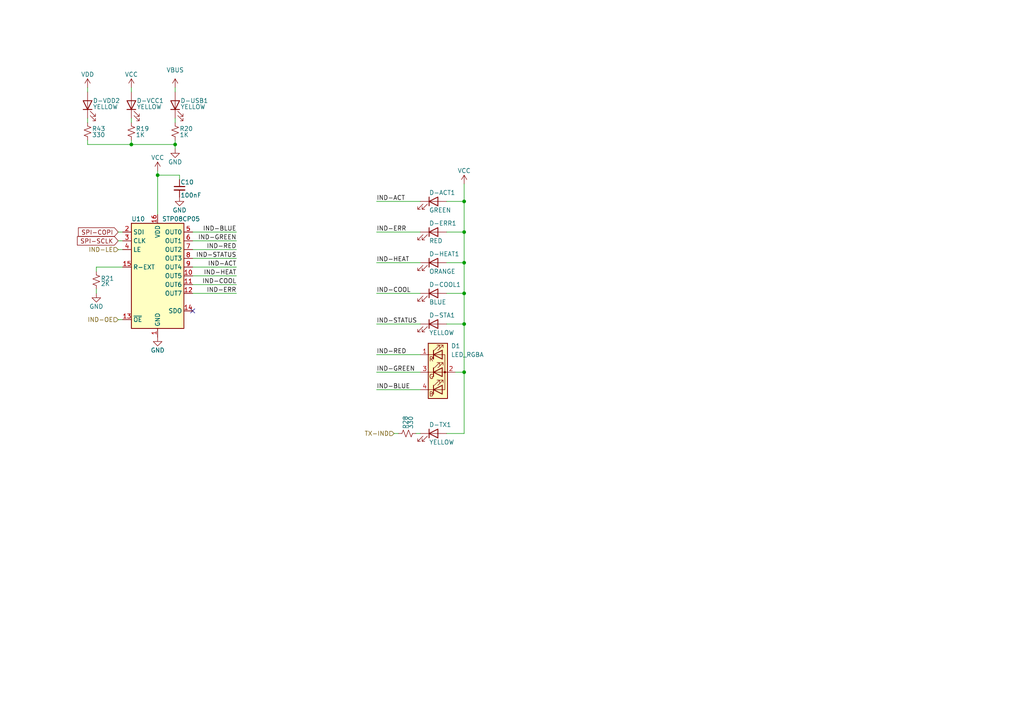
<source format=kicad_sch>
(kicad_sch (version 20230121) (generator eeschema)

  (uuid 50e0ce83-5c75-44f7-a64e-d5a15ee310bd)

  (paper "A4")

  (title_block
    (title "EasyBake Reflow Oven")
    (rev "5")
    (company "Daxxn Industries")
  )

  (lib_symbols
    (symbol "Daxxn_LEDs:LED_RGBA" (pin_names (offset 0) hide) (in_bom yes) (on_board yes)
      (property "Reference" "D" (at 0 9.398 0)
        (effects (font (size 1.27 1.27)))
      )
      (property "Value" "LED_RGBA" (at 0 -8.89 0)
        (effects (font (size 1.27 1.27)))
      )
      (property "Footprint" "Daxxn_LEDs:LED_PLCC4_3.2x2.8mm" (at 0 12.7 0)
        (effects (font (size 1.27 1.27)) hide)
      )
      (property "Datasheet" "~" (at 0 -1.27 0)
        (effects (font (size 1.27 1.27)) hide)
      )
      (property "ki_keywords" "LED RGB diode" (at 0 0 0)
        (effects (font (size 1.27 1.27)) hide)
      )
      (property "ki_description" "RGB LED, red/green/blue/anode" (at 0 0 0)
        (effects (font (size 1.27 1.27)) hide)
      )
      (property "ki_fp_filters" "LED* LED_SMD:* LED_THT:*" (at 0 0 0)
        (effects (font (size 1.27 1.27)) hide)
      )
      (symbol "LED_RGBA_0_0"
        (text "B" (at -1.905 -6.35 0)
          (effects (font (size 1.27 1.27)))
        )
        (text "G" (at -1.905 -1.27 0)
          (effects (font (size 1.27 1.27)))
        )
        (text "R" (at -1.905 3.81 0)
          (effects (font (size 1.27 1.27)))
        )
      )
      (symbol "LED_RGBA_0_1"
        (polyline
          (pts
            (xy -1.27 -5.08)
            (xy -2.54 -5.08)
          )
          (stroke (width 0) (type default))
          (fill (type none))
        )
        (polyline
          (pts
            (xy -1.27 -5.08)
            (xy 1.27 -5.08)
          )
          (stroke (width 0) (type default))
          (fill (type none))
        )
        (polyline
          (pts
            (xy -1.27 -3.81)
            (xy -1.27 -6.35)
          )
          (stroke (width 0.254) (type default))
          (fill (type none))
        )
        (polyline
          (pts
            (xy -1.27 0)
            (xy -2.54 0)
          )
          (stroke (width 0) (type default))
          (fill (type none))
        )
        (polyline
          (pts
            (xy -1.27 1.27)
            (xy -1.27 -1.27)
          )
          (stroke (width 0.254) (type default))
          (fill (type none))
        )
        (polyline
          (pts
            (xy -1.27 5.08)
            (xy -2.54 5.08)
          )
          (stroke (width 0) (type default))
          (fill (type none))
        )
        (polyline
          (pts
            (xy -1.27 5.08)
            (xy 1.27 5.08)
          )
          (stroke (width 0) (type default))
          (fill (type none))
        )
        (polyline
          (pts
            (xy -1.27 6.35)
            (xy -1.27 3.81)
          )
          (stroke (width 0.254) (type default))
          (fill (type none))
        )
        (polyline
          (pts
            (xy 1.27 0)
            (xy -1.27 0)
          )
          (stroke (width 0) (type default))
          (fill (type none))
        )
        (polyline
          (pts
            (xy 1.27 0)
            (xy 2.54 0)
          )
          (stroke (width 0) (type default))
          (fill (type none))
        )
        (polyline
          (pts
            (xy -1.27 1.27)
            (xy -1.27 -1.27)
            (xy -1.27 -1.27)
          )
          (stroke (width 0) (type default))
          (fill (type none))
        )
        (polyline
          (pts
            (xy -1.27 6.35)
            (xy -1.27 3.81)
            (xy -1.27 3.81)
          )
          (stroke (width 0) (type default))
          (fill (type none))
        )
        (polyline
          (pts
            (xy 1.27 -5.08)
            (xy 2.032 -5.08)
            (xy 2.032 5.08)
            (xy 1.27 5.08)
          )
          (stroke (width 0) (type default))
          (fill (type none))
        )
        (polyline
          (pts
            (xy 1.27 -3.81)
            (xy 1.27 -6.35)
            (xy -1.27 -5.08)
            (xy 1.27 -3.81)
          )
          (stroke (width 0.254) (type default))
          (fill (type none))
        )
        (polyline
          (pts
            (xy 1.27 1.27)
            (xy 1.27 -1.27)
            (xy -1.27 0)
            (xy 1.27 1.27)
          )
          (stroke (width 0.254) (type default))
          (fill (type none))
        )
        (polyline
          (pts
            (xy 1.27 6.35)
            (xy 1.27 3.81)
            (xy -1.27 5.08)
            (xy 1.27 6.35)
          )
          (stroke (width 0.254) (type default))
          (fill (type none))
        )
        (polyline
          (pts
            (xy -1.016 -3.81)
            (xy 0.508 -2.286)
            (xy -0.254 -2.286)
            (xy 0.508 -2.286)
            (xy 0.508 -3.048)
          )
          (stroke (width 0) (type default))
          (fill (type none))
        )
        (polyline
          (pts
            (xy -1.016 1.27)
            (xy 0.508 2.794)
            (xy -0.254 2.794)
            (xy 0.508 2.794)
            (xy 0.508 2.032)
          )
          (stroke (width 0) (type default))
          (fill (type none))
        )
        (polyline
          (pts
            (xy -1.016 6.35)
            (xy 0.508 7.874)
            (xy -0.254 7.874)
            (xy 0.508 7.874)
            (xy 0.508 7.112)
          )
          (stroke (width 0) (type default))
          (fill (type none))
        )
        (polyline
          (pts
            (xy 0 -3.81)
            (xy 1.524 -2.286)
            (xy 0.762 -2.286)
            (xy 1.524 -2.286)
            (xy 1.524 -3.048)
          )
          (stroke (width 0) (type default))
          (fill (type none))
        )
        (polyline
          (pts
            (xy 0 1.27)
            (xy 1.524 2.794)
            (xy 0.762 2.794)
            (xy 1.524 2.794)
            (xy 1.524 2.032)
          )
          (stroke (width 0) (type default))
          (fill (type none))
        )
        (polyline
          (pts
            (xy 0 6.35)
            (xy 1.524 7.874)
            (xy 0.762 7.874)
            (xy 1.524 7.874)
            (xy 1.524 7.112)
          )
          (stroke (width 0) (type default))
          (fill (type none))
        )
        (rectangle (start 1.27 -1.27) (end 1.27 1.27)
          (stroke (width 0) (type default))
          (fill (type none))
        )
        (rectangle (start 1.27 1.27) (end 1.27 1.27)
          (stroke (width 0) (type default))
          (fill (type none))
        )
        (rectangle (start 1.27 3.81) (end 1.27 6.35)
          (stroke (width 0) (type default))
          (fill (type none))
        )
        (rectangle (start 1.27 6.35) (end 1.27 6.35)
          (stroke (width 0) (type default))
          (fill (type none))
        )
        (circle (center 2.032 0) (radius 0.254)
          (stroke (width 0) (type default))
          (fill (type outline))
        )
        (rectangle (start 2.794 8.382) (end -2.794 -7.62)
          (stroke (width 0.254) (type default))
          (fill (type background))
        )
      )
      (symbol "LED_RGBA_1_1"
        (pin passive line (at -5.08 5.08 0) (length 2.54)
          (name "RK" (effects (font (size 1.27 1.27))))
          (number "1" (effects (font (size 1.27 1.27))))
        )
        (pin passive line (at 5.08 0 180) (length 2.54)
          (name "GK" (effects (font (size 1.27 1.27))))
          (number "2" (effects (font (size 1.27 1.27))))
        )
        (pin passive line (at -5.08 0 0) (length 2.54)
          (name "BK" (effects (font (size 1.27 1.27))))
          (number "3" (effects (font (size 1.27 1.27))))
        )
        (pin passive line (at -5.08 -5.08 0) (length 2.54)
          (name "A" (effects (font (size 1.27 1.27))))
          (number "4" (effects (font (size 1.27 1.27))))
        )
      )
    )
    (symbol "Device:C_Small" (pin_numbers hide) (pin_names (offset 0.254) hide) (in_bom yes) (on_board yes)
      (property "Reference" "C" (at 0.254 1.778 0)
        (effects (font (size 1.27 1.27)) (justify left))
      )
      (property "Value" "C_Small" (at 0.254 -2.032 0)
        (effects (font (size 1.27 1.27)) (justify left))
      )
      (property "Footprint" "" (at 0 0 0)
        (effects (font (size 1.27 1.27)) hide)
      )
      (property "Datasheet" "~" (at 0 0 0)
        (effects (font (size 1.27 1.27)) hide)
      )
      (property "ki_keywords" "capacitor cap" (at 0 0 0)
        (effects (font (size 1.27 1.27)) hide)
      )
      (property "ki_description" "Unpolarized capacitor, small symbol" (at 0 0 0)
        (effects (font (size 1.27 1.27)) hide)
      )
      (property "ki_fp_filters" "C_*" (at 0 0 0)
        (effects (font (size 1.27 1.27)) hide)
      )
      (symbol "C_Small_0_1"
        (polyline
          (pts
            (xy -1.524 -0.508)
            (xy 1.524 -0.508)
          )
          (stroke (width 0.3302) (type default))
          (fill (type none))
        )
        (polyline
          (pts
            (xy -1.524 0.508)
            (xy 1.524 0.508)
          )
          (stroke (width 0.3048) (type default))
          (fill (type none))
        )
      )
      (symbol "C_Small_1_1"
        (pin passive line (at 0 2.54 270) (length 2.032)
          (name "~" (effects (font (size 1.27 1.27))))
          (number "1" (effects (font (size 1.27 1.27))))
        )
        (pin passive line (at 0 -2.54 90) (length 2.032)
          (name "~" (effects (font (size 1.27 1.27))))
          (number "2" (effects (font (size 1.27 1.27))))
        )
      )
    )
    (symbol "Device:LED" (pin_numbers hide) (pin_names (offset 1.016) hide) (in_bom yes) (on_board yes)
      (property "Reference" "D" (at 0 2.54 0)
        (effects (font (size 1.27 1.27)))
      )
      (property "Value" "LED" (at 0 -2.54 0)
        (effects (font (size 1.27 1.27)))
      )
      (property "Footprint" "" (at 0 0 0)
        (effects (font (size 1.27 1.27)) hide)
      )
      (property "Datasheet" "~" (at 0 0 0)
        (effects (font (size 1.27 1.27)) hide)
      )
      (property "ki_keywords" "LED diode" (at 0 0 0)
        (effects (font (size 1.27 1.27)) hide)
      )
      (property "ki_description" "Light emitting diode" (at 0 0 0)
        (effects (font (size 1.27 1.27)) hide)
      )
      (property "ki_fp_filters" "LED* LED_SMD:* LED_THT:*" (at 0 0 0)
        (effects (font (size 1.27 1.27)) hide)
      )
      (symbol "LED_0_1"
        (polyline
          (pts
            (xy -1.27 -1.27)
            (xy -1.27 1.27)
          )
          (stroke (width 0.254) (type default))
          (fill (type none))
        )
        (polyline
          (pts
            (xy -1.27 0)
            (xy 1.27 0)
          )
          (stroke (width 0) (type default))
          (fill (type none))
        )
        (polyline
          (pts
            (xy 1.27 -1.27)
            (xy 1.27 1.27)
            (xy -1.27 0)
            (xy 1.27 -1.27)
          )
          (stroke (width 0.254) (type default))
          (fill (type none))
        )
        (polyline
          (pts
            (xy -3.048 -0.762)
            (xy -4.572 -2.286)
            (xy -3.81 -2.286)
            (xy -4.572 -2.286)
            (xy -4.572 -1.524)
          )
          (stroke (width 0) (type default))
          (fill (type none))
        )
        (polyline
          (pts
            (xy -1.778 -0.762)
            (xy -3.302 -2.286)
            (xy -2.54 -2.286)
            (xy -3.302 -2.286)
            (xy -3.302 -1.524)
          )
          (stroke (width 0) (type default))
          (fill (type none))
        )
      )
      (symbol "LED_1_1"
        (pin passive line (at -3.81 0 0) (length 2.54)
          (name "K" (effects (font (size 1.27 1.27))))
          (number "1" (effects (font (size 1.27 1.27))))
        )
        (pin passive line (at 3.81 0 180) (length 2.54)
          (name "A" (effects (font (size 1.27 1.27))))
          (number "2" (effects (font (size 1.27 1.27))))
        )
      )
    )
    (symbol "Device:R_Small_US" (pin_numbers hide) (pin_names (offset 0.254) hide) (in_bom yes) (on_board yes)
      (property "Reference" "R" (at 0.762 0.508 0)
        (effects (font (size 1.27 1.27)) (justify left))
      )
      (property "Value" "R_Small_US" (at 0.762 -1.016 0)
        (effects (font (size 1.27 1.27)) (justify left))
      )
      (property "Footprint" "" (at 0 0 0)
        (effects (font (size 1.27 1.27)) hide)
      )
      (property "Datasheet" "~" (at 0 0 0)
        (effects (font (size 1.27 1.27)) hide)
      )
      (property "ki_keywords" "r resistor" (at 0 0 0)
        (effects (font (size 1.27 1.27)) hide)
      )
      (property "ki_description" "Resistor, small US symbol" (at 0 0 0)
        (effects (font (size 1.27 1.27)) hide)
      )
      (property "ki_fp_filters" "R_*" (at 0 0 0)
        (effects (font (size 1.27 1.27)) hide)
      )
      (symbol "R_Small_US_1_1"
        (polyline
          (pts
            (xy 0 0)
            (xy 1.016 -0.381)
            (xy 0 -0.762)
            (xy -1.016 -1.143)
            (xy 0 -1.524)
          )
          (stroke (width 0) (type default))
          (fill (type none))
        )
        (polyline
          (pts
            (xy 0 1.524)
            (xy 1.016 1.143)
            (xy 0 0.762)
            (xy -1.016 0.381)
            (xy 0 0)
          )
          (stroke (width 0) (type default))
          (fill (type none))
        )
        (pin passive line (at 0 2.54 270) (length 1.016)
          (name "~" (effects (font (size 1.27 1.27))))
          (number "1" (effects (font (size 1.27 1.27))))
        )
        (pin passive line (at 0 -2.54 90) (length 1.016)
          (name "~" (effects (font (size 1.27 1.27))))
          (number "2" (effects (font (size 1.27 1.27))))
        )
      )
    )
    (symbol "Driver_LED:STP08CP05" (in_bom yes) (on_board yes)
      (property "Reference" "U" (at -7.62 16.51 0)
        (effects (font (size 1.27 1.27)) (justify left))
      )
      (property "Value" "STP08CP05" (at 1.27 16.51 0)
        (effects (font (size 1.27 1.27)) (justify left))
      )
      (property "Footprint" "" (at 0 0 0)
        (effects (font (size 1.27 1.27)) hide)
      )
      (property "Datasheet" "https://www.st.com/resource/en/datasheet/stp08cp05.pdf" (at 0 0 0)
        (effects (font (size 1.27 1.27)) hide)
      )
      (property "ki_keywords" "Shift Register LED driver 8 bit" (at 0 0 0)
        (effects (font (size 1.27 1.27)) hide)
      )
      (property "ki_description" "8-bit constant current LED sink driver" (at 0 0 0)
        (effects (font (size 1.27 1.27)) hide)
      )
      (property "ki_fp_filters" "SOIC*3.9x9.9mm*P1.27mm* TSSOP*4.4x5mm*P0.65mm* DIP*W7.62mm*" (at 0 0 0)
        (effects (font (size 1.27 1.27)) hide)
      )
      (symbol "STP08CP05_0_1"
        (rectangle (start -7.62 15.24) (end 7.62 -15.24)
          (stroke (width 0.254) (type default))
          (fill (type background))
        )
      )
      (symbol "STP08CP05_1_1"
        (pin power_in line (at 0 -17.78 90) (length 2.54)
          (name "GND" (effects (font (size 1.27 1.27))))
          (number "1" (effects (font (size 1.27 1.27))))
        )
        (pin output line (at 10.16 0 180) (length 2.54)
          (name "OUT5" (effects (font (size 1.27 1.27))))
          (number "10" (effects (font (size 1.27 1.27))))
        )
        (pin output line (at 10.16 -2.54 180) (length 2.54)
          (name "OUT6" (effects (font (size 1.27 1.27))))
          (number "11" (effects (font (size 1.27 1.27))))
        )
        (pin output line (at 10.16 -5.08 180) (length 2.54)
          (name "OUT7" (effects (font (size 1.27 1.27))))
          (number "12" (effects (font (size 1.27 1.27))))
        )
        (pin input line (at -10.16 -12.7 0) (length 2.54)
          (name "~{OE}" (effects (font (size 1.27 1.27))))
          (number "13" (effects (font (size 1.27 1.27))))
        )
        (pin output line (at 10.16 -10.16 180) (length 2.54)
          (name "SDO" (effects (font (size 1.27 1.27))))
          (number "14" (effects (font (size 1.27 1.27))))
        )
        (pin passive line (at -10.16 2.54 0) (length 2.54)
          (name "R-EXT" (effects (font (size 1.27 1.27))))
          (number "15" (effects (font (size 1.27 1.27))))
        )
        (pin power_in line (at 0 17.78 270) (length 2.54)
          (name "VDD" (effects (font (size 1.27 1.27))))
          (number "16" (effects (font (size 1.27 1.27))))
        )
        (pin input line (at -10.16 12.7 0) (length 2.54)
          (name "SDI" (effects (font (size 1.27 1.27))))
          (number "2" (effects (font (size 1.27 1.27))))
        )
        (pin input line (at -10.16 10.16 0) (length 2.54)
          (name "CLK" (effects (font (size 1.27 1.27))))
          (number "3" (effects (font (size 1.27 1.27))))
        )
        (pin input line (at -10.16 7.62 0) (length 2.54)
          (name "LE" (effects (font (size 1.27 1.27))))
          (number "4" (effects (font (size 1.27 1.27))))
        )
        (pin output line (at 10.16 12.7 180) (length 2.54)
          (name "OUT0" (effects (font (size 1.27 1.27))))
          (number "5" (effects (font (size 1.27 1.27))))
        )
        (pin output line (at 10.16 10.16 180) (length 2.54)
          (name "OUT1" (effects (font (size 1.27 1.27))))
          (number "6" (effects (font (size 1.27 1.27))))
        )
        (pin output line (at 10.16 7.62 180) (length 2.54)
          (name "OUT2" (effects (font (size 1.27 1.27))))
          (number "7" (effects (font (size 1.27 1.27))))
        )
        (pin output line (at 10.16 5.08 180) (length 2.54)
          (name "OUT3" (effects (font (size 1.27 1.27))))
          (number "8" (effects (font (size 1.27 1.27))))
        )
        (pin output line (at 10.16 2.54 180) (length 2.54)
          (name "OUT4" (effects (font (size 1.27 1.27))))
          (number "9" (effects (font (size 1.27 1.27))))
        )
      )
    )
    (symbol "power:GND" (power) (pin_names (offset 0)) (in_bom yes) (on_board yes)
      (property "Reference" "#PWR" (at 0 -6.35 0)
        (effects (font (size 1.27 1.27)) hide)
      )
      (property "Value" "GND" (at 0 -3.81 0)
        (effects (font (size 1.27 1.27)))
      )
      (property "Footprint" "" (at 0 0 0)
        (effects (font (size 1.27 1.27)) hide)
      )
      (property "Datasheet" "" (at 0 0 0)
        (effects (font (size 1.27 1.27)) hide)
      )
      (property "ki_keywords" "power-flag" (at 0 0 0)
        (effects (font (size 1.27 1.27)) hide)
      )
      (property "ki_description" "Power symbol creates a global label with name \"GND\" , ground" (at 0 0 0)
        (effects (font (size 1.27 1.27)) hide)
      )
      (symbol "GND_0_1"
        (polyline
          (pts
            (xy 0 0)
            (xy 0 -1.27)
            (xy 1.27 -1.27)
            (xy 0 -2.54)
            (xy -1.27 -1.27)
            (xy 0 -1.27)
          )
          (stroke (width 0) (type default))
          (fill (type none))
        )
      )
      (symbol "GND_1_1"
        (pin power_in line (at 0 0 270) (length 0) hide
          (name "GND" (effects (font (size 1.27 1.27))))
          (number "1" (effects (font (size 1.27 1.27))))
        )
      )
    )
    (symbol "power:VBUS" (power) (pin_names (offset 0)) (in_bom yes) (on_board yes)
      (property "Reference" "#PWR" (at 0 -3.81 0)
        (effects (font (size 1.27 1.27)) hide)
      )
      (property "Value" "VBUS" (at 0 3.81 0)
        (effects (font (size 1.27 1.27)))
      )
      (property "Footprint" "" (at 0 0 0)
        (effects (font (size 1.27 1.27)) hide)
      )
      (property "Datasheet" "" (at 0 0 0)
        (effects (font (size 1.27 1.27)) hide)
      )
      (property "ki_keywords" "power-flag" (at 0 0 0)
        (effects (font (size 1.27 1.27)) hide)
      )
      (property "ki_description" "Power symbol creates a global label with name \"VBUS\"" (at 0 0 0)
        (effects (font (size 1.27 1.27)) hide)
      )
      (symbol "VBUS_0_1"
        (polyline
          (pts
            (xy -0.762 1.27)
            (xy 0 2.54)
          )
          (stroke (width 0) (type default))
          (fill (type none))
        )
        (polyline
          (pts
            (xy 0 0)
            (xy 0 2.54)
          )
          (stroke (width 0) (type default))
          (fill (type none))
        )
        (polyline
          (pts
            (xy 0 2.54)
            (xy 0.762 1.27)
          )
          (stroke (width 0) (type default))
          (fill (type none))
        )
      )
      (symbol "VBUS_1_1"
        (pin power_in line (at 0 0 90) (length 0) hide
          (name "VBUS" (effects (font (size 1.27 1.27))))
          (number "1" (effects (font (size 1.27 1.27))))
        )
      )
    )
    (symbol "power:VCC" (power) (pin_names (offset 0)) (in_bom yes) (on_board yes)
      (property "Reference" "#PWR" (at 0 -3.81 0)
        (effects (font (size 1.27 1.27)) hide)
      )
      (property "Value" "VCC" (at 0 3.81 0)
        (effects (font (size 1.27 1.27)))
      )
      (property "Footprint" "" (at 0 0 0)
        (effects (font (size 1.27 1.27)) hide)
      )
      (property "Datasheet" "" (at 0 0 0)
        (effects (font (size 1.27 1.27)) hide)
      )
      (property "ki_keywords" "global power" (at 0 0 0)
        (effects (font (size 1.27 1.27)) hide)
      )
      (property "ki_description" "Power symbol creates a global label with name \"VCC\"" (at 0 0 0)
        (effects (font (size 1.27 1.27)) hide)
      )
      (symbol "VCC_0_1"
        (polyline
          (pts
            (xy -0.762 1.27)
            (xy 0 2.54)
          )
          (stroke (width 0) (type default))
          (fill (type none))
        )
        (polyline
          (pts
            (xy 0 0)
            (xy 0 2.54)
          )
          (stroke (width 0) (type default))
          (fill (type none))
        )
        (polyline
          (pts
            (xy 0 2.54)
            (xy 0.762 1.27)
          )
          (stroke (width 0) (type default))
          (fill (type none))
        )
      )
      (symbol "VCC_1_1"
        (pin power_in line (at 0 0 90) (length 0) hide
          (name "VCC" (effects (font (size 1.27 1.27))))
          (number "1" (effects (font (size 1.27 1.27))))
        )
      )
    )
    (symbol "power:VDD" (power) (pin_names (offset 0)) (in_bom yes) (on_board yes)
      (property "Reference" "#PWR" (at 0 -3.81 0)
        (effects (font (size 1.27 1.27)) hide)
      )
      (property "Value" "VDD" (at 0 3.81 0)
        (effects (font (size 1.27 1.27)))
      )
      (property "Footprint" "" (at 0 0 0)
        (effects (font (size 1.27 1.27)) hide)
      )
      (property "Datasheet" "" (at 0 0 0)
        (effects (font (size 1.27 1.27)) hide)
      )
      (property "ki_keywords" "global power" (at 0 0 0)
        (effects (font (size 1.27 1.27)) hide)
      )
      (property "ki_description" "Power symbol creates a global label with name \"VDD\"" (at 0 0 0)
        (effects (font (size 1.27 1.27)) hide)
      )
      (symbol "VDD_0_1"
        (polyline
          (pts
            (xy -0.762 1.27)
            (xy 0 2.54)
          )
          (stroke (width 0) (type default))
          (fill (type none))
        )
        (polyline
          (pts
            (xy 0 0)
            (xy 0 2.54)
          )
          (stroke (width 0) (type default))
          (fill (type none))
        )
        (polyline
          (pts
            (xy 0 2.54)
            (xy 0.762 1.27)
          )
          (stroke (width 0) (type default))
          (fill (type none))
        )
      )
      (symbol "VDD_1_1"
        (pin power_in line (at 0 0 90) (length 0) hide
          (name "VDD" (effects (font (size 1.27 1.27))))
          (number "1" (effects (font (size 1.27 1.27))))
        )
      )
    )
  )

  (junction (at 134.62 58.42) (diameter 0) (color 0 0 0 0)
    (uuid 0af2b4b6-4202-4883-8f12-33ef0898da80)
  )
  (junction (at 50.8 41.91) (diameter 0) (color 0 0 0 0)
    (uuid 308fd0c9-2d68-438b-8431-660e090c3005)
  )
  (junction (at 134.62 93.98) (diameter 0) (color 0 0 0 0)
    (uuid 601ca2c7-38d5-47c8-a818-8309f8decb44)
  )
  (junction (at 134.62 107.95) (diameter 0) (color 0 0 0 0)
    (uuid 78cb3e94-74a1-46e2-a156-6968252a6dc1)
  )
  (junction (at 134.62 67.31) (diameter 0) (color 0 0 0 0)
    (uuid 78dd6b10-4061-4d2c-b4ed-951f5c6a68a0)
  )
  (junction (at 45.72 50.8) (diameter 0) (color 0 0 0 0)
    (uuid ab214692-7420-4f9e-a7d4-e7412fbc3c7d)
  )
  (junction (at 38.1 41.91) (diameter 0) (color 0 0 0 0)
    (uuid c318023f-fda5-48f3-99bf-b7025bc68faa)
  )
  (junction (at 134.62 85.09) (diameter 0) (color 0 0 0 0)
    (uuid e7f53899-beaa-48f2-b919-6f93374f5c1f)
  )
  (junction (at 134.62 76.2) (diameter 0) (color 0 0 0 0)
    (uuid ee09ce68-b4b4-4771-89b0-876adbc653b2)
  )

  (no_connect (at 55.88 90.17) (uuid 02c771db-fe12-466c-a7c8-cbb3b317dac7))

  (wire (pts (xy 109.22 76.2) (xy 121.92 76.2))
    (stroke (width 0) (type default))
    (uuid 0889dbdf-bb38-40e8-91ab-95a7b2973274)
  )
  (wire (pts (xy 109.22 58.42) (xy 121.92 58.42))
    (stroke (width 0) (type default))
    (uuid 125e10ec-e581-46a8-ad9a-f60b6ef4c9ac)
  )
  (wire (pts (xy 120.65 125.73) (xy 121.92 125.73))
    (stroke (width 0) (type default))
    (uuid 1a0b5fcd-2d36-449a-8875-9f1a63c3fe1a)
  )
  (wire (pts (xy 134.62 93.98) (xy 134.62 107.95))
    (stroke (width 0) (type default))
    (uuid 1b06cb99-7623-45a5-a75d-d3c5b3476348)
  )
  (wire (pts (xy 27.94 77.47) (xy 35.56 77.47))
    (stroke (width 0) (type default))
    (uuid 20b039b6-f367-45f1-8c24-a693507dc57d)
  )
  (wire (pts (xy 25.4 41.91) (xy 38.1 41.91))
    (stroke (width 0) (type default))
    (uuid 22217bb1-bd19-452f-bbc9-3145e87cf422)
  )
  (wire (pts (xy 129.54 67.31) (xy 134.62 67.31))
    (stroke (width 0) (type default))
    (uuid 38ee7b44-f889-4191-9281-9557ca8f17d2)
  )
  (wire (pts (xy 134.62 58.42) (xy 134.62 53.34))
    (stroke (width 0) (type default))
    (uuid 392edf5b-8940-45c1-ba34-97f1da97c367)
  )
  (wire (pts (xy 25.4 40.64) (xy 25.4 41.91))
    (stroke (width 0) (type default))
    (uuid 3c9a55b0-27db-400d-8345-46789dce2080)
  )
  (wire (pts (xy 109.22 113.03) (xy 121.92 113.03))
    (stroke (width 0) (type default))
    (uuid 409e9056-3b78-41e6-aa65-ea4adba29033)
  )
  (wire (pts (xy 52.07 52.07) (xy 52.07 50.8))
    (stroke (width 0) (type default))
    (uuid 44485ffd-d4cc-45c8-bfb8-3dd2ef3b2e5d)
  )
  (wire (pts (xy 55.88 69.85) (xy 68.58 69.85))
    (stroke (width 0) (type default))
    (uuid 4d3ae305-067c-428d-8c59-e2b7933565c7)
  )
  (wire (pts (xy 34.29 69.85) (xy 35.56 69.85))
    (stroke (width 0) (type default))
    (uuid 4e471f0f-c0c8-4803-acf6-4a187c4a77d5)
  )
  (wire (pts (xy 129.54 76.2) (xy 134.62 76.2))
    (stroke (width 0) (type default))
    (uuid 5b376ec4-1ba0-4b61-beed-d6b864d4a97c)
  )
  (wire (pts (xy 45.72 50.8) (xy 45.72 62.23))
    (stroke (width 0) (type default))
    (uuid 5d342d0e-e60f-4fd6-993b-81703a165da6)
  )
  (wire (pts (xy 50.8 34.29) (xy 50.8 35.56))
    (stroke (width 0) (type default))
    (uuid 5f473bc9-5695-4a35-8412-1b12cbf48f66)
  )
  (wire (pts (xy 50.8 41.91) (xy 50.8 43.18))
    (stroke (width 0) (type default))
    (uuid 5fa6a1b0-1d6a-4a61-9972-998e89b121e3)
  )
  (wire (pts (xy 129.54 93.98) (xy 134.62 93.98))
    (stroke (width 0) (type default))
    (uuid 648bae71-7689-4816-8a95-172173d5496c)
  )
  (wire (pts (xy 132.08 107.95) (xy 134.62 107.95))
    (stroke (width 0) (type default))
    (uuid 67ec329c-7e3d-4764-a0be-59b167b6431c)
  )
  (wire (pts (xy 34.29 67.31) (xy 35.56 67.31))
    (stroke (width 0) (type default))
    (uuid 7e0fc7d0-4772-493f-8ebe-39148dc4922b)
  )
  (wire (pts (xy 134.62 85.09) (xy 134.62 93.98))
    (stroke (width 0) (type default))
    (uuid 844450c0-f1ca-48af-b29a-047753d2fb71)
  )
  (wire (pts (xy 25.4 25.4) (xy 25.4 26.67))
    (stroke (width 0) (type default))
    (uuid 8464486f-8a38-4c12-92bc-d0aca1b97ff6)
  )
  (wire (pts (xy 114.3 125.73) (xy 115.57 125.73))
    (stroke (width 0) (type default))
    (uuid 86132463-02fa-460d-a215-ff07568edc65)
  )
  (wire (pts (xy 50.8 25.4) (xy 50.8 26.67))
    (stroke (width 0) (type default))
    (uuid 8961ecd0-8a73-47a2-accc-89db0a275b2f)
  )
  (wire (pts (xy 129.54 58.42) (xy 134.62 58.42))
    (stroke (width 0) (type default))
    (uuid 8c05cc04-816d-4757-8b89-008e5bd3b7ba)
  )
  (wire (pts (xy 55.88 85.09) (xy 68.58 85.09))
    (stroke (width 0) (type default))
    (uuid 8c254f35-7419-43e8-9b81-3dfe27c2c8ae)
  )
  (wire (pts (xy 109.22 107.95) (xy 121.92 107.95))
    (stroke (width 0) (type default))
    (uuid 8ccaa37f-1372-4b3d-986f-9e33333b73fa)
  )
  (wire (pts (xy 52.07 50.8) (xy 45.72 50.8))
    (stroke (width 0) (type default))
    (uuid 8e11023e-4279-46fb-b9a7-4153d2f1a49d)
  )
  (wire (pts (xy 55.88 77.47) (xy 68.58 77.47))
    (stroke (width 0) (type default))
    (uuid 92770c45-e1e5-48de-b252-bcb6d629a0f3)
  )
  (wire (pts (xy 38.1 41.91) (xy 50.8 41.91))
    (stroke (width 0) (type default))
    (uuid 96953bdf-c384-4b1c-8834-99a8a612bb05)
  )
  (wire (pts (xy 38.1 40.64) (xy 38.1 41.91))
    (stroke (width 0) (type default))
    (uuid 9b025578-1bbd-4351-914a-267f87b1a630)
  )
  (wire (pts (xy 129.54 85.09) (xy 134.62 85.09))
    (stroke (width 0) (type default))
    (uuid 9d5b4ba6-4a7f-4028-9e72-c0dadbec25a9)
  )
  (wire (pts (xy 27.94 78.74) (xy 27.94 77.47))
    (stroke (width 0) (type default))
    (uuid a1d840e7-598f-40c9-b4d7-c087352ca301)
  )
  (wire (pts (xy 134.62 76.2) (xy 134.62 85.09))
    (stroke (width 0) (type default))
    (uuid af064c92-9fa7-4c55-898f-a8863bfebdb0)
  )
  (wire (pts (xy 55.88 82.55) (xy 68.58 82.55))
    (stroke (width 0) (type default))
    (uuid bafab9aa-de6a-4c90-8f27-5dd19aa6687a)
  )
  (wire (pts (xy 34.29 72.39) (xy 35.56 72.39))
    (stroke (width 0) (type default))
    (uuid bff41a8b-cb16-403f-8ffa-791aa492e8ee)
  )
  (wire (pts (xy 109.22 67.31) (xy 121.92 67.31))
    (stroke (width 0) (type default))
    (uuid c012bdb3-6643-4236-ac05-9108d416d476)
  )
  (wire (pts (xy 109.22 102.87) (xy 121.92 102.87))
    (stroke (width 0) (type default))
    (uuid c0851220-1716-4473-bf7c-bffdabbe0966)
  )
  (wire (pts (xy 55.88 72.39) (xy 68.58 72.39))
    (stroke (width 0) (type default))
    (uuid c59aa833-703a-4c88-8e62-d7d085e90980)
  )
  (wire (pts (xy 50.8 41.91) (xy 50.8 40.64))
    (stroke (width 0) (type default))
    (uuid c5bb4af4-7e1b-446d-88ec-83125f4d3585)
  )
  (wire (pts (xy 27.94 83.82) (xy 27.94 85.09))
    (stroke (width 0) (type default))
    (uuid c6aafdaf-2a7d-44c6-90ff-33f224b05e64)
  )
  (wire (pts (xy 55.88 80.01) (xy 68.58 80.01))
    (stroke (width 0) (type default))
    (uuid c705c5ec-838b-4211-88cb-151a275ea62a)
  )
  (wire (pts (xy 109.22 93.98) (xy 121.92 93.98))
    (stroke (width 0) (type default))
    (uuid cb1e33c3-9ea1-4b8a-b104-de9d02e7ac5d)
  )
  (wire (pts (xy 134.62 58.42) (xy 134.62 67.31))
    (stroke (width 0) (type default))
    (uuid cf14d87b-52ee-4e72-8a31-5d01a88eac24)
  )
  (wire (pts (xy 55.88 74.93) (xy 68.58 74.93))
    (stroke (width 0) (type default))
    (uuid d68d003e-eacc-448f-8f9c-e5904267a565)
  )
  (wire (pts (xy 38.1 25.4) (xy 38.1 26.67))
    (stroke (width 0) (type default))
    (uuid d6ea23c2-42c5-4c1a-88f4-b710c9fc3052)
  )
  (wire (pts (xy 134.62 107.95) (xy 134.62 125.73))
    (stroke (width 0) (type default))
    (uuid dda7a0fb-0b5a-461a-b671-934ff5243e42)
  )
  (wire (pts (xy 134.62 67.31) (xy 134.62 76.2))
    (stroke (width 0) (type default))
    (uuid e03931bf-731b-45f4-ad00-4268c971add4)
  )
  (wire (pts (xy 55.88 67.31) (xy 68.58 67.31))
    (stroke (width 0) (type default))
    (uuid e3804502-6f1a-415f-b3e1-424390ce45b8)
  )
  (wire (pts (xy 109.22 85.09) (xy 121.92 85.09))
    (stroke (width 0) (type default))
    (uuid e5579384-edc2-462a-950b-647907e729a8)
  )
  (wire (pts (xy 45.72 49.53) (xy 45.72 50.8))
    (stroke (width 0) (type default))
    (uuid e8593bbd-8809-4195-96a2-94c7ff0a13ac)
  )
  (wire (pts (xy 38.1 34.29) (xy 38.1 35.56))
    (stroke (width 0) (type default))
    (uuid f0f484e0-52ce-46d4-aa25-49b3a63d5a74)
  )
  (wire (pts (xy 34.29 92.71) (xy 35.56 92.71))
    (stroke (width 0) (type default))
    (uuid f9edffa8-1743-4ad8-8721-229a9704a4dd)
  )
  (wire (pts (xy 25.4 34.29) (xy 25.4 35.56))
    (stroke (width 0) (type default))
    (uuid fa0f4539-6ef2-474a-9535-67a929385268)
  )
  (wire (pts (xy 134.62 125.73) (xy 129.54 125.73))
    (stroke (width 0) (type default))
    (uuid fe029903-92c8-4216-b9fd-38ee4cfcdcb2)
  )

  (label "IND-ERR" (at 109.22 67.31 0) (fields_autoplaced)
    (effects (font (size 1.27 1.27)) (justify left bottom))
    (uuid 246a6d9c-1675-4ace-a702-ba3305095efa)
  )
  (label "IND-STATUS" (at 109.22 93.98 0) (fields_autoplaced)
    (effects (font (size 1.27 1.27)) (justify left bottom))
    (uuid 27b83d40-5097-4866-9dae-c2debb55a385)
  )
  (label "IND-HEAT" (at 68.58 80.01 180) (fields_autoplaced)
    (effects (font (size 1.27 1.27)) (justify right bottom))
    (uuid 2d49cc63-9960-4c30-840e-fcd843226a8b)
  )
  (label "IND-ACT" (at 109.22 58.42 0) (fields_autoplaced)
    (effects (font (size 1.27 1.27)) (justify left bottom))
    (uuid 44eecf2b-f91b-48b3-939f-b2c58ede9cad)
  )
  (label "IND-GREEN" (at 109.22 107.95 0) (fields_autoplaced)
    (effects (font (size 1.27 1.27)) (justify left bottom))
    (uuid 6b88f36d-fb37-464c-a357-381c7cfac7da)
  )
  (label "IND-HEAT" (at 109.22 76.2 0) (fields_autoplaced)
    (effects (font (size 1.27 1.27)) (justify left bottom))
    (uuid 79685d8f-49ff-4eb3-a5b8-5d1755b000de)
  )
  (label "IND-ERR" (at 68.58 85.09 180) (fields_autoplaced)
    (effects (font (size 1.27 1.27)) (justify right bottom))
    (uuid 7d00951a-f4cf-4d94-8ee7-5de6d3c2c88b)
  )
  (label "IND-ACT" (at 68.58 77.47 180) (fields_autoplaced)
    (effects (font (size 1.27 1.27)) (justify right bottom))
    (uuid 8ea48076-34ec-4104-b2ee-1b4521a24678)
  )
  (label "IND-RED" (at 68.58 72.39 180) (fields_autoplaced)
    (effects (font (size 1.27 1.27)) (justify right bottom))
    (uuid 9f915ba1-e341-4094-bd50-502cea42a7fd)
  )
  (label "IND-STATUS" (at 68.58 74.93 180) (fields_autoplaced)
    (effects (font (size 1.27 1.27)) (justify right bottom))
    (uuid a2f0f06f-9d9d-426c-82a5-922a818660c0)
  )
  (label "IND-GREEN" (at 68.58 69.85 180) (fields_autoplaced)
    (effects (font (size 1.27 1.27)) (justify right bottom))
    (uuid b177ba1a-ba5c-49cb-9e80-2047453251da)
  )
  (label "IND-COOL" (at 109.22 85.09 0) (fields_autoplaced)
    (effects (font (size 1.27 1.27)) (justify left bottom))
    (uuid b3fe6347-019b-45fa-b5eb-6832e11c120a)
  )
  (label "IND-COOL" (at 68.58 82.55 180) (fields_autoplaced)
    (effects (font (size 1.27 1.27)) (justify right bottom))
    (uuid d4677b4a-3884-4ecf-bf0e-0ea9758e44b7)
  )
  (label "IND-BLUE" (at 109.22 113.03 0) (fields_autoplaced)
    (effects (font (size 1.27 1.27)) (justify left bottom))
    (uuid dedfdc78-a327-486c-a59f-cda753a1c93a)
  )
  (label "IND-BLUE" (at 68.58 67.31 180) (fields_autoplaced)
    (effects (font (size 1.27 1.27)) (justify right bottom))
    (uuid e2c006c6-3bf8-401a-8212-637aed188d7a)
  )
  (label "IND-RED" (at 109.22 102.87 0) (fields_autoplaced)
    (effects (font (size 1.27 1.27)) (justify left bottom))
    (uuid eaac4d02-d33a-431f-ac7b-b39bc1057df2)
  )

  (global_label "SPI-COPI" (shape input) (at 34.29 67.31 180) (fields_autoplaced)
    (effects (font (size 1.27 1.27)) (justify right))
    (uuid 18c8237c-c0b6-4761-b7b6-b945d0fc2ab8)
    (property "Intersheetrefs" "${INTERSHEET_REFS}" (at 22.745 67.2306 0)
      (effects (font (size 1.27 1.27)) (justify right) hide)
    )
  )
  (global_label "SPI-SCLK" (shape input) (at 34.29 69.85 180) (fields_autoplaced)
    (effects (font (size 1.27 1.27)) (justify right))
    (uuid 342cbe5f-7772-425a-baeb-ae5f47e74799)
    (property "Intersheetrefs" "${INTERSHEET_REFS}" (at 22.4426 69.7706 0)
      (effects (font (size 1.27 1.27)) (justify right) hide)
    )
  )

  (hierarchical_label "TX-IND" (shape input) (at 114.3 125.73 180) (fields_autoplaced)
    (effects (font (size 1.27 1.27)) (justify right))
    (uuid 5f525442-0af8-4f12-9627-e2478e344726)
  )
  (hierarchical_label "IND-LE" (shape input) (at 34.29 72.39 180) (fields_autoplaced)
    (effects (font (size 1.27 1.27)) (justify right))
    (uuid 803f7a1e-b782-4f5b-b744-4445ee6ce2f8)
  )
  (hierarchical_label "IND-OE" (shape input) (at 34.29 92.71 180) (fields_autoplaced)
    (effects (font (size 1.27 1.27)) (justify right))
    (uuid cbd22db4-000e-467a-9214-b34b2924b596)
  )

  (symbol (lib_id "power:GND") (at 27.94 85.09 0) (unit 1)
    (in_bom yes) (on_board yes) (dnp no)
    (uuid 02885623-ce5d-4316-ad91-e25bbbfd1e73)
    (property "Reference" "#PWR0104" (at 27.94 91.44 0)
      (effects (font (size 1.27 1.27)) hide)
    )
    (property "Value" "GND" (at 27.94 88.9 0)
      (effects (font (size 1.27 1.27)))
    )
    (property "Footprint" "" (at 27.94 85.09 0)
      (effects (font (size 1.27 1.27)) hide)
    )
    (property "Datasheet" "" (at 27.94 85.09 0)
      (effects (font (size 1.27 1.27)) hide)
    )
    (pin "1" (uuid cd8ffd04-e2d2-4d8f-bddf-82dc805cc88b))
    (instances
      (project "EasyBakeREV1"
        (path "/e63e39d7-6ac0-4ffd-8aa3-1841a4541b55/a9601474-acad-4e52-ad82-40858ef5b30f"
          (reference "#PWR0104") (unit 1)
        )
      )
    )
  )

  (symbol (lib_id "power:GND") (at 52.07 57.15 0) (unit 1)
    (in_bom yes) (on_board yes) (dnp no)
    (uuid 063d7cf3-e8db-45be-bb9d-d6cd5686a863)
    (property "Reference" "#PWR0107" (at 52.07 63.5 0)
      (effects (font (size 1.27 1.27)) hide)
    )
    (property "Value" "GND" (at 52.07 60.96 0)
      (effects (font (size 1.27 1.27)))
    )
    (property "Footprint" "" (at 52.07 57.15 0)
      (effects (font (size 1.27 1.27)) hide)
    )
    (property "Datasheet" "" (at 52.07 57.15 0)
      (effects (font (size 1.27 1.27)) hide)
    )
    (pin "1" (uuid 9a91225f-a370-408d-8978-aaea6f33a76d))
    (instances
      (project "EasyBakeREV1"
        (path "/e63e39d7-6ac0-4ffd-8aa3-1841a4541b55/a9601474-acad-4e52-ad82-40858ef5b30f"
          (reference "#PWR0107") (unit 1)
        )
      )
    )
  )

  (symbol (lib_id "Device:R_Small_US") (at 38.1 38.1 0) (unit 1)
    (in_bom yes) (on_board yes) (dnp no)
    (uuid 0c8a3ab6-0981-4c11-8f7b-2be2133ab913)
    (property "Reference" "R19" (at 39.37 37.338 0)
      (effects (font (size 1.27 1.27)) (justify left))
    )
    (property "Value" "1K" (at 39.37 39.116 0)
      (effects (font (size 1.27 1.27)) (justify left))
    )
    (property "Footprint" "Resistor_SMD:R_0805_2012Metric" (at 38.1 38.1 0)
      (effects (font (size 1.27 1.27)) hide)
    )
    (property "Datasheet" "~" (at 38.1 38.1 0)
      (effects (font (size 1.27 1.27)) hide)
    )
    (pin "1" (uuid 07e7e29d-0e92-44db-8288-eaa860f235cb))
    (pin "2" (uuid 31379320-abb0-4596-8630-2003f3f0a9a2))
    (instances
      (project "EasyBakeREV1"
        (path "/e63e39d7-6ac0-4ffd-8aa3-1841a4541b55/a9601474-acad-4e52-ad82-40858ef5b30f"
          (reference "R19") (unit 1)
        )
      )
    )
  )

  (symbol (lib_id "power:GND") (at 50.8 43.18 0) (unit 1)
    (in_bom yes) (on_board yes) (dnp no)
    (uuid 33421ea2-af65-4cc7-87fd-a169f9dcee47)
    (property "Reference" "#PWR0106" (at 50.8 49.53 0)
      (effects (font (size 1.27 1.27)) hide)
    )
    (property "Value" "GND" (at 50.8 46.99 0)
      (effects (font (size 1.27 1.27)))
    )
    (property "Footprint" "" (at 50.8 43.18 0)
      (effects (font (size 1.27 1.27)) hide)
    )
    (property "Datasheet" "" (at 50.8 43.18 0)
      (effects (font (size 1.27 1.27)) hide)
    )
    (pin "1" (uuid a0f8a279-9765-42bb-affc-a98f2010970e))
    (instances
      (project "EasyBakeREV1"
        (path "/e63e39d7-6ac0-4ffd-8aa3-1841a4541b55/a9601474-acad-4e52-ad82-40858ef5b30f"
          (reference "#PWR0106") (unit 1)
        )
      )
    )
  )

  (symbol (lib_id "Device:R_Small_US") (at 27.94 81.28 0) (unit 1)
    (in_bom yes) (on_board yes) (dnp no)
    (uuid 415d2a80-bf91-48e8-85ab-21757564f67e)
    (property "Reference" "R21" (at 29.21 80.772 0)
      (effects (font (size 1.27 1.27)) (justify left))
    )
    (property "Value" "2K" (at 29.21 82.296 0)
      (effects (font (size 1.27 1.27)) (justify left))
    )
    (property "Footprint" "Resistor_SMD:R_0805_2012Metric" (at 27.94 81.28 0)
      (effects (font (size 1.27 1.27)) hide)
    )
    (property "Datasheet" "~" (at 27.94 81.28 0)
      (effects (font (size 1.27 1.27)) hide)
    )
    (pin "1" (uuid e96d1b4d-2372-4ccd-b639-d6ac5b561a1d))
    (pin "2" (uuid 8bf69073-e60c-4634-b38d-594505bebcde))
    (instances
      (project "EasyBakeREV1"
        (path "/e63e39d7-6ac0-4ffd-8aa3-1841a4541b55/a9601474-acad-4e52-ad82-40858ef5b30f"
          (reference "R21") (unit 1)
        )
      )
    )
  )

  (symbol (lib_id "power:VCC") (at 45.72 49.53 0) (unit 1)
    (in_bom yes) (on_board yes) (dnp no)
    (uuid 46ac947c-a8d2-4590-8f59-dd0ad68b84ed)
    (property "Reference" "#PWR012" (at 45.72 53.34 0)
      (effects (font (size 1.27 1.27)) hide)
    )
    (property "Value" "VCC" (at 45.72 45.72 0)
      (effects (font (size 1.27 1.27)))
    )
    (property "Footprint" "" (at 45.72 49.53 0)
      (effects (font (size 1.27 1.27)) hide)
    )
    (property "Datasheet" "" (at 45.72 49.53 0)
      (effects (font (size 1.27 1.27)) hide)
    )
    (pin "1" (uuid 9c2ba16f-c9fa-4137-a753-c6632e4149cb))
    (instances
      (project "EasyBakeREV1"
        (path "/e63e39d7-6ac0-4ffd-8aa3-1841a4541b55/a9601474-acad-4e52-ad82-40858ef5b30f"
          (reference "#PWR012") (unit 1)
        )
      )
    )
  )

  (symbol (lib_id "Device:LED") (at 38.1 30.48 90) (unit 1)
    (in_bom yes) (on_board yes) (dnp no)
    (uuid 54448a51-76f1-4f38-9dbf-3001e18b1330)
    (property "Reference" "D-VCC1" (at 39.624 29.21 90)
      (effects (font (size 1.27 1.27)) (justify right))
    )
    (property "Value" "YELLOW" (at 39.624 30.988 90)
      (effects (font (size 1.27 1.27)) (justify right))
    )
    (property "Footprint" "LED_SMD:LED_0805_2012Metric_Pad1.15x1.40mm_HandSolder" (at 38.1 30.48 0)
      (effects (font (size 1.27 1.27)) hide)
    )
    (property "Datasheet" "~" (at 38.1 30.48 0)
      (effects (font (size 1.27 1.27)) hide)
    )
    (pin "1" (uuid 688e43ce-5146-4836-ab30-72050945a529))
    (pin "2" (uuid f08d2e09-ab76-4b5e-8ab8-4c927d510bd8))
    (instances
      (project "EasyBakeREV1"
        (path "/e63e39d7-6ac0-4ffd-8aa3-1841a4541b55/a9601474-acad-4e52-ad82-40858ef5b30f"
          (reference "D-VCC1") (unit 1)
        )
      )
    )
  )

  (symbol (lib_id "power:VCC") (at 134.62 53.34 0) (unit 1)
    (in_bom yes) (on_board yes) (dnp no)
    (uuid 55a67f48-bde1-4a06-aea1-64b2b413a85f)
    (property "Reference" "#PWR04" (at 134.62 57.15 0)
      (effects (font (size 1.27 1.27)) hide)
    )
    (property "Value" "VCC" (at 134.62 49.53 0)
      (effects (font (size 1.27 1.27)))
    )
    (property "Footprint" "" (at 134.62 53.34 0)
      (effects (font (size 1.27 1.27)) hide)
    )
    (property "Datasheet" "" (at 134.62 53.34 0)
      (effects (font (size 1.27 1.27)) hide)
    )
    (pin "1" (uuid 3b13b366-8507-4104-95b9-ebb3048df623))
    (instances
      (project "EasyBakeREV1"
        (path "/e63e39d7-6ac0-4ffd-8aa3-1841a4541b55/a9601474-acad-4e52-ad82-40858ef5b30f"
          (reference "#PWR04") (unit 1)
        )
      )
    )
  )

  (symbol (lib_id "Device:R_Small_US") (at 50.8 38.1 0) (unit 1)
    (in_bom yes) (on_board yes) (dnp no)
    (uuid 5c3be2a6-581d-49cd-b623-ca1c5a254fcb)
    (property "Reference" "R20" (at 52.07 37.338 0)
      (effects (font (size 1.27 1.27)) (justify left))
    )
    (property "Value" "1K" (at 52.07 39.116 0)
      (effects (font (size 1.27 1.27)) (justify left))
    )
    (property "Footprint" "Resistor_SMD:R_0805_2012Metric" (at 50.8 38.1 0)
      (effects (font (size 1.27 1.27)) hide)
    )
    (property "Datasheet" "~" (at 50.8 38.1 0)
      (effects (font (size 1.27 1.27)) hide)
    )
    (pin "1" (uuid 8aabe9bd-5857-4d8d-b2fd-faa4d8ca4c02))
    (pin "2" (uuid cfa4f194-dfef-47b0-ba17-5ebb0e1fafef))
    (instances
      (project "EasyBakeREV1"
        (path "/e63e39d7-6ac0-4ffd-8aa3-1841a4541b55/a9601474-acad-4e52-ad82-40858ef5b30f"
          (reference "R20") (unit 1)
        )
      )
    )
  )

  (symbol (lib_id "Device:C_Small") (at 52.07 54.61 0) (unit 1)
    (in_bom yes) (on_board yes) (dnp no)
    (uuid 66c4973b-422f-49fe-92dc-b8920388da42)
    (property "Reference" "C10" (at 52.324 52.832 0)
      (effects (font (size 1.27 1.27)) (justify left))
    )
    (property "Value" "100nF" (at 52.324 56.642 0)
      (effects (font (size 1.27 1.27)) (justify left))
    )
    (property "Footprint" "Capacitor_SMD:C_0603_1608Metric" (at 52.07 54.61 0)
      (effects (font (size 1.27 1.27)) hide)
    )
    (property "Datasheet" "~" (at 52.07 54.61 0)
      (effects (font (size 1.27 1.27)) hide)
    )
    (pin "1" (uuid c47fb795-4ddf-4faa-bfaf-dc2ec10cf0aa))
    (pin "2" (uuid 7b35f0ba-d45c-479a-8596-bbfa4fbf4863))
    (instances
      (project "EasyBakeREV1"
        (path "/e63e39d7-6ac0-4ffd-8aa3-1841a4541b55/a9601474-acad-4e52-ad82-40858ef5b30f"
          (reference "C10") (unit 1)
        )
      )
    )
  )

  (symbol (lib_id "power:GND") (at 45.72 97.79 0) (unit 1)
    (in_bom yes) (on_board yes) (dnp no)
    (uuid 6db61d2e-1174-4c9d-a9ef-10500a55c433)
    (property "Reference" "#PWR0108" (at 45.72 104.14 0)
      (effects (font (size 1.27 1.27)) hide)
    )
    (property "Value" "GND" (at 45.72 101.6 0)
      (effects (font (size 1.27 1.27)))
    )
    (property "Footprint" "" (at 45.72 97.79 0)
      (effects (font (size 1.27 1.27)) hide)
    )
    (property "Datasheet" "" (at 45.72 97.79 0)
      (effects (font (size 1.27 1.27)) hide)
    )
    (pin "1" (uuid 4b9bb0ef-8dc9-4387-b984-c8a806940d36))
    (instances
      (project "EasyBakeREV1"
        (path "/e63e39d7-6ac0-4ffd-8aa3-1841a4541b55/a9601474-acad-4e52-ad82-40858ef5b30f"
          (reference "#PWR0108") (unit 1)
        )
      )
    )
  )

  (symbol (lib_id "Driver_LED:STP08CP05") (at 45.72 80.01 0) (unit 1)
    (in_bom yes) (on_board yes) (dnp no)
    (uuid 7fece6de-234e-4d87-827c-e79bbe9e2655)
    (property "Reference" "U10" (at 38.1 63.5 0)
      (effects (font (size 1.27 1.27)) (justify left))
    )
    (property "Value" "STP08CP05" (at 46.99 63.5 0)
      (effects (font (size 1.27 1.27)) (justify left))
    )
    (property "Footprint" "Package_SO:TSSOP-16-1EP_4.4x5mm_P0.65mm_EP3x3mm" (at 45.72 80.01 0)
      (effects (font (size 1.27 1.27)) hide)
    )
    (property "Datasheet" "https://www.st.com/resource/en/datasheet/stp08cp05.pdf" (at 45.72 80.01 0)
      (effects (font (size 1.27 1.27)) hide)
    )
    (pin "1" (uuid 859b01ac-8dfb-4448-9897-46011d2faee9))
    (pin "10" (uuid 7f8ab306-d978-4698-83fd-40badf376a22))
    (pin "11" (uuid 9e7236f2-c2fe-4ca4-83c1-ff466f914de2))
    (pin "12" (uuid fbb3234f-b3a3-4128-ae31-514ac101527a))
    (pin "13" (uuid fb387874-3f06-471d-88d8-fb69324f0c13))
    (pin "14" (uuid d9905862-e7ef-4fac-baf7-c971e050ea4f))
    (pin "15" (uuid 96dfb865-66a3-4634-8729-f5906004eb86))
    (pin "16" (uuid 39b408a2-a680-4027-a0a2-ce8378f88328))
    (pin "2" (uuid c9f41770-03d9-46e6-84db-819b81674111))
    (pin "3" (uuid cd06b7b8-ca5a-4136-aeb3-3e373548c5ba))
    (pin "4" (uuid 8fc8be63-e6c4-4e4a-823b-3d4969aea92e))
    (pin "5" (uuid dc307a86-a67f-4a8f-b1d8-ede43aa42668))
    (pin "6" (uuid 08a188df-7cf3-4a91-8786-a634616150cd))
    (pin "7" (uuid 53eab417-1c0e-4a9c-8f82-7e6197f233e3))
    (pin "8" (uuid 86e14f25-f0fc-431c-b35b-77031615ee2e))
    (pin "9" (uuid 59282298-8f50-4aae-9d25-f72fb426abee))
    (instances
      (project "EasyBakeREV1"
        (path "/e63e39d7-6ac0-4ffd-8aa3-1841a4541b55/a9601474-acad-4e52-ad82-40858ef5b30f"
          (reference "U10") (unit 1)
        )
      )
    )
  )

  (symbol (lib_id "Device:LED") (at 25.4 30.48 90) (unit 1)
    (in_bom yes) (on_board yes) (dnp no)
    (uuid 813cc3f3-f28e-4096-bd33-1a8c8bbbd787)
    (property "Reference" "D-VDD2" (at 26.924 29.21 90)
      (effects (font (size 1.27 1.27)) (justify right))
    )
    (property "Value" "YELLOW" (at 26.924 30.988 90)
      (effects (font (size 1.27 1.27)) (justify right))
    )
    (property "Footprint" "LED_SMD:LED_0805_2012Metric_Pad1.15x1.40mm_HandSolder" (at 25.4 30.48 0)
      (effects (font (size 1.27 1.27)) hide)
    )
    (property "Datasheet" "~" (at 25.4 30.48 0)
      (effects (font (size 1.27 1.27)) hide)
    )
    (pin "1" (uuid e990b68e-99c3-4686-b281-b2f7319bdd4a))
    (pin "2" (uuid 54aea6f1-b798-4e72-aef9-f82be7d8c5cc))
    (instances
      (project "EasyBakeREV1"
        (path "/e63e39d7-6ac0-4ffd-8aa3-1841a4541b55/a9601474-acad-4e52-ad82-40858ef5b30f"
          (reference "D-VDD2") (unit 1)
        )
      )
    )
  )

  (symbol (lib_id "Device:LED") (at 50.8 30.48 90) (unit 1)
    (in_bom yes) (on_board yes) (dnp no)
    (uuid 8a0100dc-91f9-44b5-8f73-a717e569f01d)
    (property "Reference" "D-USB1" (at 52.324 29.21 90)
      (effects (font (size 1.27 1.27)) (justify right))
    )
    (property "Value" "YELLOW" (at 52.324 30.988 90)
      (effects (font (size 1.27 1.27)) (justify right))
    )
    (property "Footprint" "LED_SMD:LED_0805_2012Metric_Pad1.15x1.40mm_HandSolder" (at 50.8 30.48 0)
      (effects (font (size 1.27 1.27)) hide)
    )
    (property "Datasheet" "~" (at 50.8 30.48 0)
      (effects (font (size 1.27 1.27)) hide)
    )
    (pin "1" (uuid 95145bb9-b031-4016-aff0-77f3f7b5eb4e))
    (pin "2" (uuid 4e103451-e3a8-48ac-80cb-c52e2791e8b5))
    (instances
      (project "EasyBakeREV1"
        (path "/e63e39d7-6ac0-4ffd-8aa3-1841a4541b55/a9601474-acad-4e52-ad82-40858ef5b30f"
          (reference "D-USB1") (unit 1)
        )
      )
    )
  )

  (symbol (lib_id "Device:LED") (at 125.73 58.42 0) (unit 1)
    (in_bom yes) (on_board yes) (dnp no)
    (uuid 8e26935d-9269-4726-9d2b-9a9839646e23)
    (property "Reference" "D-ACT1" (at 124.46 55.88 0)
      (effects (font (size 1.27 1.27)) (justify left))
    )
    (property "Value" "GREEN" (at 124.46 60.96 0)
      (effects (font (size 1.27 1.27)) (justify left))
    )
    (property "Footprint" "LED_SMD:LED_0805_2012Metric_Pad1.15x1.40mm_HandSolder" (at 125.73 58.42 0)
      (effects (font (size 1.27 1.27)) hide)
    )
    (property "Datasheet" "~" (at 125.73 58.42 0)
      (effects (font (size 1.27 1.27)) hide)
    )
    (pin "1" (uuid 89364f1a-a369-4c15-b121-a50e92f6d10e))
    (pin "2" (uuid b654e659-9efc-4cfe-b13b-2fe5ef90c3e8))
    (instances
      (project "EasyBakeREV1"
        (path "/e63e39d7-6ac0-4ffd-8aa3-1841a4541b55/a9601474-acad-4e52-ad82-40858ef5b30f"
          (reference "D-ACT1") (unit 1)
        )
      )
    )
  )

  (symbol (lib_id "Device:R_Small_US") (at 118.11 125.73 90) (unit 1)
    (in_bom yes) (on_board yes) (dnp no)
    (uuid 8f56a98a-af2b-4162-b5cc-84f27a8487d6)
    (property "Reference" "R28" (at 117.602 124.46 0)
      (effects (font (size 1.27 1.27)) (justify left))
    )
    (property "Value" "330" (at 119.126 124.46 0)
      (effects (font (size 1.27 1.27)) (justify left))
    )
    (property "Footprint" "Resistor_SMD:R_0603_1608Metric" (at 118.11 125.73 0)
      (effects (font (size 1.27 1.27)) hide)
    )
    (property "Datasheet" "~" (at 118.11 125.73 0)
      (effects (font (size 1.27 1.27)) hide)
    )
    (property "Schematic" "" (at 118.11 125.73 0)
      (effects (font (size 1.27 1.27)) hide)
    )
    (property "PartNumber" "" (at 118.11 125.73 0)
      (effects (font (size 1.27 1.27)))
    )
    (property "SupplierPN" "" (at 118.11 125.73 0)
      (effects (font (size 1.27 1.27)) hide)
    )
    (pin "1" (uuid a090941a-2f86-4998-a2cc-65de5d788f5b))
    (pin "2" (uuid 44d92259-03a6-4f59-bc15-3c5a36c6ed8a))
    (instances
      (project "EasyBakeREV1"
        (path "/e63e39d7-6ac0-4ffd-8aa3-1841a4541b55/a9601474-acad-4e52-ad82-40858ef5b30f"
          (reference "R28") (unit 1)
        )
      )
    )
  )

  (symbol (lib_id "Daxxn_LEDs:LED_RGBA") (at 127 107.95 0) (unit 1)
    (in_bom yes) (on_board yes) (dnp no)
    (uuid 93a91d85-d9de-4fe6-8ff5-67fd8960dcfb)
    (property "Reference" "D1" (at 130.81 100.33 0)
      (effects (font (size 1.27 1.27)) (justify left))
    )
    (property "Value" "LED_RGBA" (at 130.81 102.87 0)
      (effects (font (size 1.27 1.27)) (justify left))
    )
    (property "Footprint" "Daxxn_LEDs:IN-P32TATRGB" (at 127 95.25 0)
      (effects (font (size 1.27 1.27)) hide)
    )
    (property "Datasheet" "~" (at 127 109.22 0)
      (effects (font (size 1.27 1.27)) hide)
    )
    (pin "1" (uuid 4bf463c5-0281-4414-918c-8441be38dc24))
    (pin "2" (uuid 57280846-7623-4c45-9f7a-0256031c44a2))
    (pin "3" (uuid b19ad9cc-a7f3-413a-9839-107e1d809994))
    (pin "4" (uuid e910561d-9d96-4cb1-9b76-7220404a70ed))
    (instances
      (project "EasyBakeREV1"
        (path "/e63e39d7-6ac0-4ffd-8aa3-1841a4541b55/a9601474-acad-4e52-ad82-40858ef5b30f"
          (reference "D1") (unit 1)
        )
      )
    )
  )

  (symbol (lib_id "Device:LED") (at 125.73 93.98 0) (unit 1)
    (in_bom yes) (on_board yes) (dnp no)
    (uuid 956d444d-e084-4e70-aae7-0dd779d5e958)
    (property "Reference" "D-STA1" (at 124.46 91.44 0)
      (effects (font (size 1.27 1.27)) (justify left))
    )
    (property "Value" "YELLOW" (at 124.46 96.52 0)
      (effects (font (size 1.27 1.27)) (justify left))
    )
    (property "Footprint" "LED_SMD:LED_0805_2012Metric_Pad1.15x1.40mm_HandSolder" (at 125.73 93.98 0)
      (effects (font (size 1.27 1.27)) hide)
    )
    (property "Datasheet" "~" (at 125.73 93.98 0)
      (effects (font (size 1.27 1.27)) hide)
    )
    (pin "1" (uuid 0c5582e6-e255-45e6-b9f4-328089bc7a69))
    (pin "2" (uuid a9ccc996-ceda-49cf-bab3-cc8704d0eb7e))
    (instances
      (project "EasyBakeREV1"
        (path "/e63e39d7-6ac0-4ffd-8aa3-1841a4541b55/a9601474-acad-4e52-ad82-40858ef5b30f"
          (reference "D-STA1") (unit 1)
        )
      )
    )
  )

  (symbol (lib_id "Device:LED") (at 125.73 125.73 0) (unit 1)
    (in_bom yes) (on_board yes) (dnp no)
    (uuid 9b96eda2-6626-4a3e-965e-69fc2b5f40c7)
    (property "Reference" "D-TX1" (at 124.46 123.19 0)
      (effects (font (size 1.27 1.27)) (justify left))
    )
    (property "Value" "YELLOW" (at 124.46 128.27 0)
      (effects (font (size 1.27 1.27)) (justify left))
    )
    (property "Footprint" "LED_SMD:LED_0805_2012Metric_Pad1.15x1.40mm_HandSolder" (at 125.73 125.73 0)
      (effects (font (size 1.27 1.27)) hide)
    )
    (property "Datasheet" "~" (at 125.73 125.73 0)
      (effects (font (size 1.27 1.27)) hide)
    )
    (pin "1" (uuid 75866da0-8576-4868-86c2-b19507dc778b))
    (pin "2" (uuid 01e0b9ef-1972-45f3-bf78-c6881da9f95f))
    (instances
      (project "EasyBakeREV1"
        (path "/e63e39d7-6ac0-4ffd-8aa3-1841a4541b55/a9601474-acad-4e52-ad82-40858ef5b30f"
          (reference "D-TX1") (unit 1)
        )
      )
    )
  )

  (symbol (lib_id "power:VBUS") (at 50.8 25.4 0) (unit 1)
    (in_bom yes) (on_board yes) (dnp no) (fields_autoplaced)
    (uuid b660a979-c1de-4f7d-a1f5-a2d33f222e46)
    (property "Reference" "#PWR055" (at 50.8 29.21 0)
      (effects (font (size 1.27 1.27)) hide)
    )
    (property "Value" "VBUS" (at 50.8 20.32 0)
      (effects (font (size 1.27 1.27)))
    )
    (property "Footprint" "" (at 50.8 25.4 0)
      (effects (font (size 1.27 1.27)) hide)
    )
    (property "Datasheet" "" (at 50.8 25.4 0)
      (effects (font (size 1.27 1.27)) hide)
    )
    (pin "1" (uuid f219aa9d-ae41-4d7e-b3e1-3c4ae9e5f040))
    (instances
      (project "EasyBakeREV1"
        (path "/e63e39d7-6ac0-4ffd-8aa3-1841a4541b55/a9601474-acad-4e52-ad82-40858ef5b30f"
          (reference "#PWR055") (unit 1)
        )
      )
    )
  )

  (symbol (lib_id "Device:LED") (at 125.73 85.09 0) (unit 1)
    (in_bom yes) (on_board yes) (dnp no)
    (uuid bca98e6a-18e3-4e0e-ab84-e5474f43a942)
    (property "Reference" "D-COOL1" (at 124.46 82.55 0)
      (effects (font (size 1.27 1.27)) (justify left))
    )
    (property "Value" "BLUE" (at 124.46 87.63 0)
      (effects (font (size 1.27 1.27)) (justify left))
    )
    (property "Footprint" "LED_SMD:LED_0805_2012Metric_Pad1.15x1.40mm_HandSolder" (at 125.73 85.09 0)
      (effects (font (size 1.27 1.27)) hide)
    )
    (property "Datasheet" "~" (at 125.73 85.09 0)
      (effects (font (size 1.27 1.27)) hide)
    )
    (pin "1" (uuid 54b988c3-a4c6-4bbc-88ee-bc34469952ee))
    (pin "2" (uuid 86576095-513c-4f31-aa10-6d3e9c92109d))
    (instances
      (project "EasyBakeREV1"
        (path "/e63e39d7-6ac0-4ffd-8aa3-1841a4541b55/a9601474-acad-4e52-ad82-40858ef5b30f"
          (reference "D-COOL1") (unit 1)
        )
      )
    )
  )

  (symbol (lib_id "power:VCC") (at 38.1 25.4 0) (unit 1)
    (in_bom yes) (on_board yes) (dnp no)
    (uuid bda02258-0294-4265-9d25-e353a72e0126)
    (property "Reference" "#PWR020" (at 38.1 29.21 0)
      (effects (font (size 1.27 1.27)) hide)
    )
    (property "Value" "VCC" (at 38.1 21.59 0)
      (effects (font (size 1.27 1.27)))
    )
    (property "Footprint" "" (at 38.1 25.4 0)
      (effects (font (size 1.27 1.27)) hide)
    )
    (property "Datasheet" "" (at 38.1 25.4 0)
      (effects (font (size 1.27 1.27)) hide)
    )
    (pin "1" (uuid ed493d6d-25a6-464e-b773-9be68223a725))
    (instances
      (project "EasyBakeREV1"
        (path "/e63e39d7-6ac0-4ffd-8aa3-1841a4541b55/a9601474-acad-4e52-ad82-40858ef5b30f"
          (reference "#PWR020") (unit 1)
        )
      )
    )
  )

  (symbol (lib_id "power:VDD") (at 25.4 25.4 0) (unit 1)
    (in_bom yes) (on_board yes) (dnp no)
    (uuid c6aca4b1-4178-4d8f-97a3-15bb5c95ab19)
    (property "Reference" "#PWR025" (at 25.4 29.21 0)
      (effects (font (size 1.27 1.27)) hide)
    )
    (property "Value" "VDD" (at 25.4 21.59 0)
      (effects (font (size 1.27 1.27)))
    )
    (property "Footprint" "" (at 25.4 25.4 0)
      (effects (font (size 1.27 1.27)) hide)
    )
    (property "Datasheet" "" (at 25.4 25.4 0)
      (effects (font (size 1.27 1.27)) hide)
    )
    (pin "1" (uuid 115237e1-4bb0-43c1-a8f6-37c99769e2a2))
    (instances
      (project "EasyBakeREV1"
        (path "/e63e39d7-6ac0-4ffd-8aa3-1841a4541b55/a9601474-acad-4e52-ad82-40858ef5b30f"
          (reference "#PWR025") (unit 1)
        )
      )
    )
  )

  (symbol (lib_id "Device:LED") (at 125.73 67.31 0) (unit 1)
    (in_bom yes) (on_board yes) (dnp no)
    (uuid cb65a327-08d7-40c9-a489-815538cf9a7c)
    (property "Reference" "D-ERR1" (at 124.46 64.77 0)
      (effects (font (size 1.27 1.27)) (justify left))
    )
    (property "Value" "RED" (at 124.46 69.85 0)
      (effects (font (size 1.27 1.27)) (justify left))
    )
    (property "Footprint" "LED_SMD:LED_0805_2012Metric_Pad1.15x1.40mm_HandSolder" (at 125.73 67.31 0)
      (effects (font (size 1.27 1.27)) hide)
    )
    (property "Datasheet" "~" (at 125.73 67.31 0)
      (effects (font (size 1.27 1.27)) hide)
    )
    (pin "1" (uuid 19c6bb98-3f2f-46da-a753-9a840a291c61))
    (pin "2" (uuid 0ad9127d-2051-434f-84e3-e51a6e14e027))
    (instances
      (project "EasyBakeREV1"
        (path "/e63e39d7-6ac0-4ffd-8aa3-1841a4541b55/a9601474-acad-4e52-ad82-40858ef5b30f"
          (reference "D-ERR1") (unit 1)
        )
      )
    )
  )

  (symbol (lib_id "Device:LED") (at 125.73 76.2 0) (unit 1)
    (in_bom yes) (on_board yes) (dnp no)
    (uuid df51a012-2a8c-4d2b-9154-499927be7d50)
    (property "Reference" "D-HEAT1" (at 124.46 73.66 0)
      (effects (font (size 1.27 1.27)) (justify left))
    )
    (property "Value" "ORANGE" (at 124.46 78.74 0)
      (effects (font (size 1.27 1.27)) (justify left))
    )
    (property "Footprint" "LED_SMD:LED_0805_2012Metric_Pad1.15x1.40mm_HandSolder" (at 125.73 76.2 0)
      (effects (font (size 1.27 1.27)) hide)
    )
    (property "Datasheet" "~" (at 125.73 76.2 0)
      (effects (font (size 1.27 1.27)) hide)
    )
    (pin "1" (uuid 70836a44-33b1-4c91-b101-e84bbc4dadc9))
    (pin "2" (uuid 38486c74-0cc9-47c5-8fcc-777ccc177439))
    (instances
      (project "EasyBakeREV1"
        (path "/e63e39d7-6ac0-4ffd-8aa3-1841a4541b55/a9601474-acad-4e52-ad82-40858ef5b30f"
          (reference "D-HEAT1") (unit 1)
        )
      )
    )
  )

  (symbol (lib_id "Device:R_Small_US") (at 25.4 38.1 0) (unit 1)
    (in_bom yes) (on_board yes) (dnp no)
    (uuid f3bd9ee4-5dd1-491c-ac02-7c83fd10e007)
    (property "Reference" "R43" (at 26.67 37.338 0)
      (effects (font (size 1.27 1.27)) (justify left))
    )
    (property "Value" "330" (at 26.67 39.116 0)
      (effects (font (size 1.27 1.27)) (justify left))
    )
    (property "Footprint" "Resistor_SMD:R_0805_2012Metric" (at 25.4 38.1 0)
      (effects (font (size 1.27 1.27)) hide)
    )
    (property "Datasheet" "~" (at 25.4 38.1 0)
      (effects (font (size 1.27 1.27)) hide)
    )
    (property "Schematic" "" (at 25.4 38.1 0)
      (effects (font (size 1.27 1.27)) hide)
    )
    (property "PartNumber" "" (at 25.4 38.1 0)
      (effects (font (size 1.27 1.27)))
    )
    (property "SupplierPN" "" (at 25.4 38.1 0)
      (effects (font (size 1.27 1.27)) hide)
    )
    (pin "1" (uuid e2df0761-215c-492f-9cd1-bab5bf5b2e09))
    (pin "2" (uuid a6d0c0c3-80e7-4042-bbc8-eb6412e3cfb1))
    (instances
      (project "EasyBakeREV1"
        (path "/e63e39d7-6ac0-4ffd-8aa3-1841a4541b55/a9601474-acad-4e52-ad82-40858ef5b30f"
          (reference "R43") (unit 1)
        )
      )
    )
  )
)

</source>
